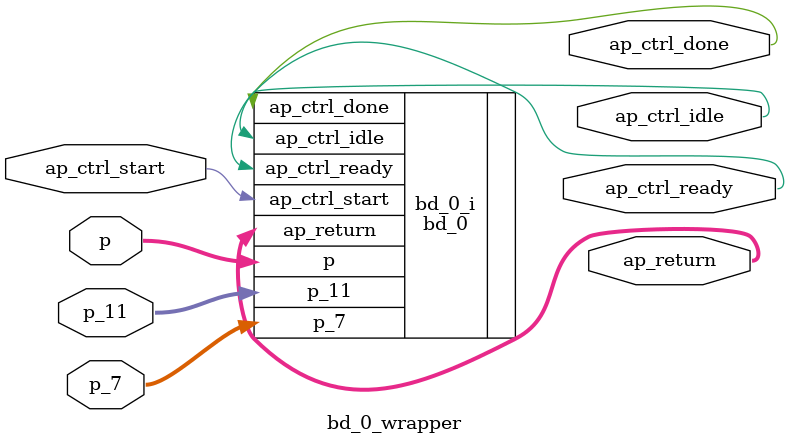
<source format=v>
`timescale 1 ps / 1 ps

module bd_0_wrapper
   (ap_ctrl_done,
    ap_ctrl_idle,
    ap_ctrl_ready,
    ap_ctrl_start,
    ap_return,
    p,
    p_11,
    p_7);
  output ap_ctrl_done;
  output ap_ctrl_idle;
  output ap_ctrl_ready;
  input ap_ctrl_start;
  output [63:0]ap_return;
  input [15:0]p;
  input [63:0]p_11;
  input [63:0]p_7;

  wire ap_ctrl_done;
  wire ap_ctrl_idle;
  wire ap_ctrl_ready;
  wire ap_ctrl_start;
  wire [63:0]ap_return;
  wire [15:0]p;
  wire [63:0]p_11;
  wire [63:0]p_7;

  bd_0 bd_0_i
       (.ap_ctrl_done(ap_ctrl_done),
        .ap_ctrl_idle(ap_ctrl_idle),
        .ap_ctrl_ready(ap_ctrl_ready),
        .ap_ctrl_start(ap_ctrl_start),
        .ap_return(ap_return),
        .p(p),
        .p_11(p_11),
        .p_7(p_7));
endmodule

</source>
